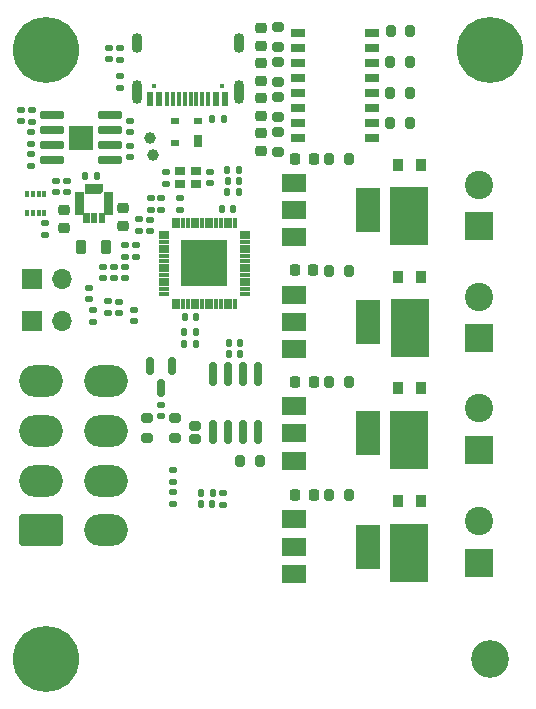
<source format=gts>
%TF.GenerationSoftware,KiCad,Pcbnew,(7.0.0)*%
%TF.CreationDate,2023-06-13T01:41:46+01:00*%
%TF.ProjectId,flintandsteel,666c696e-7461-46e6-9473-7465656c2e6b,rev?*%
%TF.SameCoordinates,Original*%
%TF.FileFunction,Soldermask,Top*%
%TF.FilePolarity,Negative*%
%FSLAX46Y46*%
G04 Gerber Fmt 4.6, Leading zero omitted, Abs format (unit mm)*
G04 Created by KiCad (PCBNEW (7.0.0)) date 2023-06-13 01:41:46*
%MOMM*%
%LPD*%
G01*
G04 APERTURE LIST*
G04 Aperture macros list*
%AMRoundRect*
0 Rectangle with rounded corners*
0 $1 Rounding radius*
0 $2 $3 $4 $5 $6 $7 $8 $9 X,Y pos of 4 corners*
0 Add a 4 corners polygon primitive as box body*
4,1,4,$2,$3,$4,$5,$6,$7,$8,$9,$2,$3,0*
0 Add four circle primitives for the rounded corners*
1,1,$1+$1,$2,$3*
1,1,$1+$1,$4,$5*
1,1,$1+$1,$6,$7*
1,1,$1+$1,$8,$9*
0 Add four rect primitives between the rounded corners*
20,1,$1+$1,$2,$3,$4,$5,0*
20,1,$1+$1,$4,$5,$6,$7,0*
20,1,$1+$1,$6,$7,$8,$9,0*
20,1,$1+$1,$8,$9,$2,$3,0*%
G04 Aperture macros list end*
%ADD10C,0.010000*%
%ADD11RoundRect,0.225000X-0.250000X0.225000X-0.250000X-0.225000X0.250000X-0.225000X0.250000X0.225000X0*%
%ADD12R,1.700000X1.700000*%
%ADD13O,1.700000X1.700000*%
%ADD14RoundRect,0.218750X-0.256250X0.218750X-0.256250X-0.218750X0.256250X-0.218750X0.256250X0.218750X0*%
%ADD15RoundRect,0.135000X0.185000X-0.135000X0.185000X0.135000X-0.185000X0.135000X-0.185000X-0.135000X0*%
%ADD16R,0.950000X1.000000*%
%ADD17R,3.200000X4.900000*%
%ADD18RoundRect,0.140000X0.170000X-0.140000X0.170000X0.140000X-0.170000X0.140000X-0.170000X-0.140000X0*%
%ADD19R,2.400000X2.400000*%
%ADD20C,2.400000*%
%ADD21RoundRect,0.140000X-0.170000X0.140000X-0.170000X-0.140000X0.170000X-0.140000X0.170000X0.140000X0*%
%ADD22RoundRect,0.135000X-0.135000X-0.185000X0.135000X-0.185000X0.135000X0.185000X-0.135000X0.185000X0*%
%ADD23RoundRect,0.218750X0.218750X0.256250X-0.218750X0.256250X-0.218750X-0.256250X0.218750X-0.256250X0*%
%ADD24C,5.600000*%
%ADD25RoundRect,0.135000X0.135000X0.185000X-0.135000X0.185000X-0.135000X-0.185000X0.135000X-0.185000X0*%
%ADD26RoundRect,0.140000X-0.140000X-0.170000X0.140000X-0.170000X0.140000X0.170000X-0.140000X0.170000X0*%
%ADD27C,3.200000*%
%ADD28R,0.900000X0.800000*%
%ADD29R,2.000000X1.500000*%
%ADD30R,2.000000X3.800000*%
%ADD31RoundRect,0.200000X-0.200000X-0.275000X0.200000X-0.275000X0.200000X0.275000X-0.200000X0.275000X0*%
%ADD32RoundRect,0.147500X0.172500X-0.147500X0.172500X0.147500X-0.172500X0.147500X-0.172500X-0.147500X0*%
%ADD33RoundRect,0.200000X-0.275000X0.200000X-0.275000X-0.200000X0.275000X-0.200000X0.275000X0.200000X0*%
%ADD34RoundRect,0.218750X-0.218750X-0.381250X0.218750X-0.381250X0.218750X0.381250X-0.218750X0.381250X0*%
%ADD35RoundRect,0.135000X-0.185000X0.135000X-0.185000X-0.135000X0.185000X-0.135000X0.185000X0.135000X0*%
%ADD36RoundRect,0.006600X-0.398400X-0.103400X0.398400X-0.103400X0.398400X0.103400X-0.398400X0.103400X0*%
%ADD37RoundRect,0.022000X-0.088000X-0.383000X0.088000X-0.383000X0.088000X0.383000X-0.088000X0.383000X0*%
%ADD38R,4.000000X4.000000*%
%ADD39RoundRect,0.147500X0.147500X0.172500X-0.147500X0.172500X-0.147500X-0.172500X0.147500X-0.172500X0*%
%ADD40RoundRect,0.200000X0.275000X-0.200000X0.275000X0.200000X-0.275000X0.200000X-0.275000X-0.200000X0*%
%ADD41R,0.700000X1.000000*%
%ADD42R,0.700000X0.600000*%
%ADD43RoundRect,0.200000X0.200000X0.275000X-0.200000X0.275000X-0.200000X-0.275000X0.200000X-0.275000X0*%
%ADD44R,1.300000X0.800000*%
%ADD45RoundRect,0.140000X0.140000X0.170000X-0.140000X0.170000X-0.140000X-0.170000X0.140000X-0.170000X0*%
%ADD46RoundRect,0.042000X0.943000X0.258000X-0.943000X0.258000X-0.943000X-0.258000X0.943000X-0.258000X0*%
%ADD47R,2.150000X2.150000*%
%ADD48RoundRect,0.147500X-0.172500X0.147500X-0.172500X-0.147500X0.172500X-0.147500X0.172500X0.147500X0*%
%ADD49RoundRect,0.150000X-0.150000X0.587500X-0.150000X-0.587500X0.150000X-0.587500X0.150000X0.587500X0*%
%ADD50RoundRect,0.150000X-0.150000X0.825000X-0.150000X-0.825000X0.150000X-0.825000X0.150000X0.825000X0*%
%ADD51R,0.300000X0.475000*%
%ADD52C,0.400000*%
%ADD53R,0.600000X1.160000*%
%ADD54R,0.300000X1.160000*%
%ADD55O,0.900000X2.000000*%
%ADD56O,0.900000X1.700000*%
%ADD57RoundRect,0.250001X1.599999X-1.099999X1.599999X1.099999X-1.599999X1.099999X-1.599999X-1.099999X0*%
%ADD58O,3.700000X2.700000*%
%ADD59C,1.000000*%
G04 APERTURE END LIST*
%TO.C,U4*%
G36*
X113438927Y-82326000D02*
G01*
X113038927Y-82326000D01*
X113038927Y-81601000D01*
X113438927Y-81601000D01*
X113438927Y-82326000D01*
G37*
D10*
X113438927Y-82326000D02*
X113038927Y-82326000D01*
X113038927Y-81601000D01*
X113438927Y-81601000D01*
X113438927Y-82326000D01*
G36*
X112938927Y-82326000D02*
G01*
X112538927Y-82326000D01*
X112538927Y-81601000D01*
X112938927Y-81601000D01*
X112938927Y-82326000D01*
G37*
X112938927Y-82326000D02*
X112538927Y-82326000D01*
X112538927Y-81601000D01*
X112938927Y-81601000D01*
X112938927Y-82326000D01*
G36*
X114838927Y-82651000D02*
G01*
X114113927Y-82651000D01*
X114113927Y-82251000D01*
X114838927Y-82251000D01*
X114838927Y-82651000D01*
G37*
X114838927Y-82651000D02*
X114113927Y-82651000D01*
X114113927Y-82251000D01*
X114838927Y-82251000D01*
X114838927Y-82651000D01*
G36*
X112363927Y-82651000D02*
G01*
X111638927Y-82651000D01*
X111638927Y-82251000D01*
X112363927Y-82251000D01*
X112363927Y-82651000D01*
G37*
X112363927Y-82651000D02*
X111638927Y-82651000D01*
X111638927Y-82251000D01*
X112363927Y-82251000D01*
X112363927Y-82651000D01*
G36*
X114838927Y-83151000D02*
G01*
X114113927Y-83151000D01*
X114113927Y-82751000D01*
X114838927Y-82751000D01*
X114838927Y-83151000D01*
G37*
X114838927Y-83151000D02*
X114113927Y-83151000D01*
X114113927Y-82751000D01*
X114838927Y-82751000D01*
X114838927Y-83151000D01*
G36*
X112363927Y-83151000D02*
G01*
X111638927Y-83151000D01*
X111638927Y-82751000D01*
X112363927Y-82751000D01*
X112363927Y-83151000D01*
G37*
X112363927Y-83151000D02*
X111638927Y-83151000D01*
X111638927Y-82751000D01*
X112363927Y-82751000D01*
X112363927Y-83151000D01*
G36*
X113463927Y-84801000D02*
G01*
X113013927Y-84801000D01*
X113013927Y-84076000D01*
X113463927Y-84076000D01*
X113463927Y-84801000D01*
G37*
X113463927Y-84801000D02*
X113013927Y-84801000D01*
X113013927Y-84076000D01*
X113463927Y-84076000D01*
X113463927Y-84801000D01*
G36*
X113938927Y-82191000D02*
G01*
X113803927Y-82326000D01*
X113538927Y-82326000D01*
X113538927Y-81601000D01*
X113938927Y-81601000D01*
X113938927Y-82191000D01*
G37*
X113938927Y-82191000D02*
X113803927Y-82326000D01*
X113538927Y-82326000D01*
X113538927Y-81601000D01*
X113938927Y-81601000D01*
X113938927Y-82191000D01*
G36*
X114838927Y-84151000D02*
G01*
X114171927Y-84151000D01*
X114113927Y-84050000D01*
X114113927Y-83251000D01*
X114838927Y-83251000D01*
X114838927Y-84151000D01*
G37*
X114838927Y-84151000D02*
X114171927Y-84151000D01*
X114113927Y-84050000D01*
X114113927Y-83251000D01*
X114838927Y-83251000D01*
X114838927Y-84151000D01*
G36*
X112363927Y-84050000D02*
G01*
X112305927Y-84151000D01*
X111638927Y-84151000D01*
X111638927Y-83251000D01*
X112363927Y-83251000D01*
X112363927Y-84050000D01*
G37*
X112363927Y-84050000D02*
X112305927Y-84151000D01*
X111638927Y-84151000D01*
X111638927Y-83251000D01*
X112363927Y-83251000D01*
X112363927Y-84050000D01*
G36*
X114113927Y-84177000D02*
G01*
X114113927Y-84801000D01*
X113663927Y-84801000D01*
X113663927Y-84076000D01*
X114055927Y-84076000D01*
X114113927Y-84177000D01*
G37*
X114113927Y-84177000D02*
X114113927Y-84801000D01*
X113663927Y-84801000D01*
X113663927Y-84076000D01*
X114055927Y-84076000D01*
X114113927Y-84177000D01*
G36*
X112813927Y-84801000D02*
G01*
X112363927Y-84801000D01*
X112363927Y-84177000D01*
X112421927Y-84076000D01*
X112813927Y-84076000D01*
X112813927Y-84801000D01*
G37*
X112813927Y-84801000D02*
X112363927Y-84801000D01*
X112363927Y-84177000D01*
X112421927Y-84076000D01*
X112813927Y-84076000D01*
X112813927Y-84801000D01*
%TD*%
D11*
%TO.C,C21*%
X110700376Y-83793856D03*
X110700376Y-85343856D03*
%TD*%
D12*
%TO.C,BOOTJUMPER1*%
X107998999Y-93191999D03*
D13*
X110538999Y-93191999D03*
%TD*%
D14*
%TO.C,D9*%
X127410000Y-71305000D03*
X127410000Y-72880000D03*
%TD*%
D15*
%TO.C,R13*%
X115460000Y-71050000D03*
X115460000Y-70030000D03*
%TD*%
D16*
%TO.C,D7*%
X139037999Y-89413999D03*
X140977999Y-89413999D03*
D17*
X140007999Y-93763999D03*
%TD*%
D18*
%TO.C,C7*%
X118062000Y-83743001D03*
X118062000Y-82783001D03*
%TD*%
D19*
%TO.C,J5*%
X145883298Y-104067358D03*
D20*
X145883299Y-100567359D03*
%TD*%
D21*
%TO.C,C5*%
X115904000Y-88619000D03*
X115904000Y-89579000D03*
%TD*%
D22*
%TO.C,R4*%
X120900000Y-94150178D03*
X121920000Y-94150178D03*
%TD*%
D23*
%TO.C,Firing4*%
X131871500Y-107926911D03*
X130296500Y-107926911D03*
%TD*%
D24*
%TO.C,H3*%
X109200000Y-70200000D03*
%TD*%
D25*
%TO.C,R6*%
X125590000Y-82280000D03*
X124570000Y-82280000D03*
%TD*%
D23*
%TO.C,Firing1*%
X131883000Y-79430000D03*
X130308000Y-79430000D03*
%TD*%
D15*
%TO.C,R14*%
X109115999Y-85883001D03*
X109115999Y-84863001D03*
%TD*%
D21*
%TO.C,C12*%
X118057000Y-84604001D03*
X118057000Y-85564001D03*
%TD*%
D15*
%TO.C,R1*%
X114447000Y-92509000D03*
X114447000Y-91489000D03*
%TD*%
D26*
%TO.C,C16*%
X124686000Y-95016000D03*
X125646000Y-95016000D03*
%TD*%
D27*
%TO.C,H4*%
X146800000Y-121800000D03*
%TD*%
D28*
%TO.C,Y1*%
X120525999Y-81576999D03*
X121925999Y-81576999D03*
X121925999Y-80476999D03*
X120525999Y-80476999D03*
%TD*%
D19*
%TO.C,J4*%
X145909698Y-94613137D03*
D20*
X145909699Y-91113138D03*
%TD*%
D29*
%TO.C,Q3*%
X130186605Y-100398222D03*
X130186605Y-102698222D03*
X130186605Y-104998222D03*
D30*
X136486605Y-102698222D03*
%TD*%
D23*
%TO.C,Firing3*%
X131872500Y-98355000D03*
X130297500Y-98355000D03*
%TD*%
D31*
%TO.C,R29*%
X138385773Y-68622580D03*
X140035773Y-68622580D03*
%TD*%
%TO.C,R18*%
X133210500Y-79440000D03*
X134860500Y-79440000D03*
%TD*%
%TO.C,R24*%
X133199999Y-98364999D03*
X134849999Y-98364999D03*
%TD*%
D32*
%TO.C,L1*%
X115905000Y-87744000D03*
X115905000Y-86774000D03*
%TD*%
D18*
%TO.C,C22*%
X110976000Y-82270999D03*
X110976000Y-81310999D03*
%TD*%
D24*
%TO.C,H2*%
X109200000Y-121800000D03*
%TD*%
D33*
%TO.C,R27*%
X128870000Y-68307500D03*
X128870000Y-69957500D03*
%TD*%
D34*
%TO.C,L3*%
X112181066Y-86948961D03*
X114306066Y-86948961D03*
%TD*%
D15*
%TO.C,R5*%
X117127000Y-85577001D03*
X117127000Y-84557001D03*
%TD*%
D21*
%TO.C,C27*%
X107060020Y-75327999D03*
X107060020Y-76287999D03*
%TD*%
D14*
%TO.C,D10*%
X127410000Y-68345000D03*
X127410000Y-69920000D03*
%TD*%
D35*
%TO.C,R16*%
X107978814Y-77148777D03*
X107978814Y-78168777D03*
%TD*%
D23*
%TO.C,Firing2*%
X131859000Y-88903000D03*
X130284000Y-88903000D03*
%TD*%
D35*
%TO.C,R30*%
X124220000Y-107715000D03*
X124220000Y-108735000D03*
%TD*%
D16*
%TO.C,D3*%
X139011696Y-79959999D03*
X140951696Y-79959999D03*
D17*
X139981696Y-84309999D03*
%TD*%
D36*
%TO.C,U1*%
X119181000Y-85687000D03*
X119181000Y-86087000D03*
X119181000Y-86487000D03*
X119181000Y-86887000D03*
X119181000Y-87287000D03*
X119181000Y-87687000D03*
X119181000Y-88087000D03*
X119181000Y-88487000D03*
X119181000Y-88887000D03*
X119181000Y-89287000D03*
X119181000Y-89687000D03*
X119181000Y-90087000D03*
X119181000Y-90487000D03*
X119181000Y-90887000D03*
D37*
X120026000Y-91732000D03*
X120426000Y-91732000D03*
X120826000Y-91732000D03*
X121226000Y-91732000D03*
X121626000Y-91732000D03*
X122026000Y-91732000D03*
X122426000Y-91732000D03*
X122826000Y-91732000D03*
X123226000Y-91732000D03*
X123626000Y-91732000D03*
X124026000Y-91732000D03*
X124426000Y-91732000D03*
X124826000Y-91732000D03*
X125226000Y-91732000D03*
D36*
X126071000Y-90887000D03*
X126071000Y-90487000D03*
X126071000Y-90087000D03*
X126071000Y-89687000D03*
X126071000Y-89287000D03*
X126071000Y-88887000D03*
X126071000Y-88487000D03*
X126071000Y-88087000D03*
X126071000Y-87687000D03*
X126071000Y-87287000D03*
X126071000Y-86887000D03*
X126071000Y-86487000D03*
X126071000Y-86087000D03*
X126071000Y-85687000D03*
D37*
X125226000Y-84842000D03*
X124826000Y-84842000D03*
X124426000Y-84842000D03*
X124026000Y-84842000D03*
X123626000Y-84842000D03*
X123226000Y-84842000D03*
X122826000Y-84842000D03*
X122426000Y-84842000D03*
X122026000Y-84842000D03*
X121626000Y-84842000D03*
X121226000Y-84842000D03*
X120826000Y-84842000D03*
X120426000Y-84842000D03*
X120026000Y-84842000D03*
D38*
X122625999Y-88286999D03*
%TD*%
D33*
%TO.C,R20*%
X128869000Y-77191000D03*
X128869000Y-78841000D03*
%TD*%
D21*
%TO.C,C2*%
X115432000Y-91534000D03*
X115432000Y-92494000D03*
%TD*%
%TO.C,C24*%
X116325001Y-78331000D03*
X116325001Y-79291000D03*
%TD*%
D18*
%TO.C,C3*%
X112813000Y-91333000D03*
X112813000Y-90373000D03*
%TD*%
D21*
%TO.C,C4*%
X114984000Y-88618000D03*
X114984000Y-89578000D03*
%TD*%
D31*
%TO.C,R23*%
X138369773Y-73890580D03*
X140019773Y-73890580D03*
%TD*%
D32*
%TO.C,L2*%
X120566000Y-83742001D03*
X120566000Y-82772001D03*
%TD*%
D22*
%TO.C,R11*%
X123250000Y-76050000D03*
X124270000Y-76050000D03*
%TD*%
D25*
%TO.C,R15*%
X113566002Y-80931000D03*
X112546002Y-80931000D03*
%TD*%
D15*
%TO.C,R36*%
X119978627Y-108670427D03*
X119978627Y-107650427D03*
%TD*%
D39*
%TO.C,TXLED1*%
X125555000Y-81340000D03*
X124585000Y-81340000D03*
%TD*%
D31*
%TO.C,R28*%
X138378773Y-71266580D03*
X140028773Y-71266580D03*
%TD*%
D40*
%TO.C,JP1*%
X121817000Y-103145000D03*
X121817000Y-102040000D03*
%TD*%
D31*
%TO.C,R19*%
X133186499Y-88912999D03*
X134836499Y-88912999D03*
%TD*%
D21*
%TO.C,C1*%
X114060000Y-88618000D03*
X114060000Y-89578000D03*
%TD*%
D11*
%TO.C,C23*%
X115771000Y-83606000D03*
X115771000Y-85156000D03*
%TD*%
D35*
%TO.C,R17*%
X107978816Y-79008777D03*
X107978816Y-80028777D03*
%TD*%
D18*
%TO.C,C8*%
X116644000Y-93188000D03*
X116644000Y-92228000D03*
%TD*%
D16*
%TO.C,D4*%
X139011604Y-98868221D03*
X140951604Y-98868221D03*
D17*
X139981604Y-103218221D03*
%TD*%
D18*
%TO.C,C17*%
X118974001Y-101222001D03*
X118974001Y-100262001D03*
%TD*%
D41*
%TO.C,D2*%
X122109999Y-77909931D03*
D42*
X122109999Y-76209931D03*
X120109999Y-76209931D03*
X120109999Y-78109931D03*
%TD*%
D25*
%TO.C,R2*%
X125580000Y-80400000D03*
X124560000Y-80400000D03*
%TD*%
D40*
%TO.C,R9*%
X117737660Y-103072080D03*
X117737660Y-101422080D03*
%TD*%
D26*
%TO.C,C11*%
X124082000Y-83721001D03*
X125042000Y-83721001D03*
%TD*%
D43*
%TO.C,R8*%
X127325000Y-105000000D03*
X125675000Y-105000000D03*
%TD*%
D33*
%TO.C,R26*%
X128870000Y-71267500D03*
X128870000Y-72917500D03*
%TD*%
D14*
%TO.C,D6*%
X127405000Y-74257500D03*
X127405000Y-75832500D03*
%TD*%
D15*
%TO.C,R12*%
X115460000Y-73480000D03*
X115460000Y-72460000D03*
%TD*%
D44*
%TO.C,U6*%
X136813999Y-77696349D03*
X136813999Y-76416349D03*
X136813999Y-75156349D03*
X136813999Y-73886349D03*
X136813999Y-72606349D03*
X136813999Y-71336349D03*
X136813999Y-70076349D03*
X136813999Y-68796349D03*
X130513999Y-68796349D03*
X130513999Y-70076349D03*
X130513999Y-71336349D03*
X130513999Y-72606349D03*
X130513999Y-73886349D03*
X130513999Y-75156349D03*
X130513999Y-76416349D03*
X130513999Y-77696349D03*
%TD*%
D33*
%TO.C,R10*%
X120167660Y-101422081D03*
X120167660Y-103072081D03*
%TD*%
D45*
%TO.C,C10*%
X121924000Y-92851001D03*
X120964000Y-92851001D03*
%TD*%
D46*
%TO.C,U5*%
X114630000Y-79586000D03*
X114630000Y-78316000D03*
X114630000Y-77046000D03*
X114630000Y-75776000D03*
X109690000Y-75776000D03*
X109690000Y-77046000D03*
X109690000Y-78316000D03*
X109690000Y-79586000D03*
D47*
X112159999Y-77680999D03*
%TD*%
D48*
%TO.C,16VLED1*%
X119980000Y-105805000D03*
X119980000Y-106775000D03*
%TD*%
D49*
%TO.C,D1*%
X119918660Y-96970970D03*
X118018660Y-96970970D03*
X118968660Y-98845970D03*
%TD*%
D21*
%TO.C,C13*%
X123086000Y-80527001D03*
X123086000Y-81487001D03*
%TD*%
%TO.C,C6*%
X116844000Y-86769000D03*
X116844000Y-87729000D03*
%TD*%
D18*
%TO.C,C14*%
X119356000Y-81547002D03*
X119356000Y-80587002D03*
%TD*%
D50*
%TO.C,U2*%
X127157000Y-97626000D03*
X125887000Y-97626000D03*
X124617000Y-97626000D03*
X123347000Y-97626000D03*
X123347000Y-102576000D03*
X124617000Y-102576000D03*
X125887000Y-102576000D03*
X127157000Y-102576000D03*
%TD*%
D31*
%TO.C,R22*%
X138374773Y-76386580D03*
X140024773Y-76386580D03*
%TD*%
D51*
%TO.C,U3*%
X109085998Y-82384999D03*
X108585998Y-82384999D03*
X108085998Y-82384999D03*
X107585998Y-82384999D03*
X107585998Y-84060999D03*
X108085998Y-84060999D03*
X108585998Y-84060999D03*
X109085998Y-84060999D03*
%TD*%
D21*
%TO.C,C26*%
X107988816Y-75331492D03*
X107988816Y-76291492D03*
%TD*%
D29*
%TO.C,Q1*%
X130186696Y-81490000D03*
X130186696Y-83790000D03*
X130186696Y-86090000D03*
D30*
X136486696Y-83790000D03*
%TD*%
D26*
%TO.C,C28*%
X122330000Y-108715000D03*
X123290000Y-108715000D03*
%TD*%
D24*
%TO.C,H1*%
X146800000Y-70200000D03*
%TD*%
D32*
%TO.C,USBLED1*%
X114520000Y-71025000D03*
X114520000Y-70055000D03*
%TD*%
D14*
%TO.C,D5*%
X127408000Y-77230500D03*
X127408000Y-78805500D03*
%TD*%
D39*
%TO.C,3V3LED1*%
X121895001Y-95090178D03*
X120925001Y-95090178D03*
%TD*%
D52*
%TO.C,J2*%
X124096000Y-73310000D03*
X118316000Y-73310000D03*
D53*
X124405999Y-74369999D03*
X123605999Y-74369999D03*
D54*
X122455999Y-74369999D03*
X121455999Y-74369999D03*
X120955999Y-74369999D03*
X119955999Y-74369999D03*
D53*
X118805999Y-74369999D03*
X118005999Y-74369999D03*
X118005999Y-74369999D03*
X118805999Y-74369999D03*
D54*
X119455999Y-74369999D03*
X120455999Y-74369999D03*
X121955999Y-74369999D03*
X122955999Y-74369999D03*
D53*
X123605999Y-74369999D03*
X124405999Y-74369999D03*
D55*
X125525999Y-73789999D03*
D56*
X125525999Y-69619999D03*
D55*
X116885999Y-73789999D03*
D56*
X116885999Y-69619999D03*
%TD*%
D57*
%TO.C,J1*%
X108824100Y-110899999D03*
D58*
X108824099Y-106699998D03*
X108824099Y-102499998D03*
X108824099Y-98299998D03*
X114324099Y-110899998D03*
X114324099Y-106699998D03*
X114324099Y-102499998D03*
X114324099Y-98299998D03*
%TD*%
D35*
%TO.C,R3*%
X113182000Y-92246000D03*
X113182000Y-93266000D03*
%TD*%
D59*
%TO.C,TP8*%
X118302000Y-79127000D03*
%TD*%
D19*
%TO.C,J6*%
X145868881Y-113649139D03*
D20*
X145868882Y-110149140D03*
%TD*%
D33*
%TO.C,R21*%
X128867000Y-74228000D03*
X128867000Y-75878000D03*
%TD*%
D59*
%TO.C,TP6*%
X118020000Y-77670000D03*
%TD*%
D29*
%TO.C,Q4*%
X130172187Y-109980000D03*
X130172187Y-112280000D03*
X130172187Y-114580000D03*
D30*
X136472187Y-112280000D03*
%TD*%
D18*
%TO.C,C25*%
X116328815Y-77211493D03*
X116328815Y-76251493D03*
%TD*%
D16*
%TO.C,D8*%
X138997187Y-108449999D03*
X140937187Y-108449999D03*
D17*
X139967187Y-112799999D03*
%TD*%
D18*
%TO.C,C9*%
X118983669Y-83746364D03*
X118983669Y-82786364D03*
%TD*%
D12*
%TO.C,ENJUMPER1*%
X107997999Y-89583999D03*
D13*
X110537999Y-89583999D03*
%TD*%
D31*
%TO.C,R25*%
X133199002Y-107936910D03*
X134849002Y-107936910D03*
%TD*%
D26*
%TO.C,C15*%
X124689653Y-95940193D03*
X125649653Y-95940193D03*
%TD*%
D29*
%TO.C,Q2*%
X130213002Y-90944000D03*
X130213002Y-93244000D03*
X130213002Y-95544000D03*
D30*
X136513002Y-93244000D03*
%TD*%
D22*
%TO.C,R7*%
X122300000Y-107775000D03*
X123320000Y-107775000D03*
%TD*%
D19*
%TO.C,J3*%
X145883392Y-85159135D03*
D20*
X145883393Y-81659136D03*
%TD*%
D18*
%TO.C,C20*%
X110056000Y-82270998D03*
X110056000Y-81310998D03*
%TD*%
M02*

</source>
